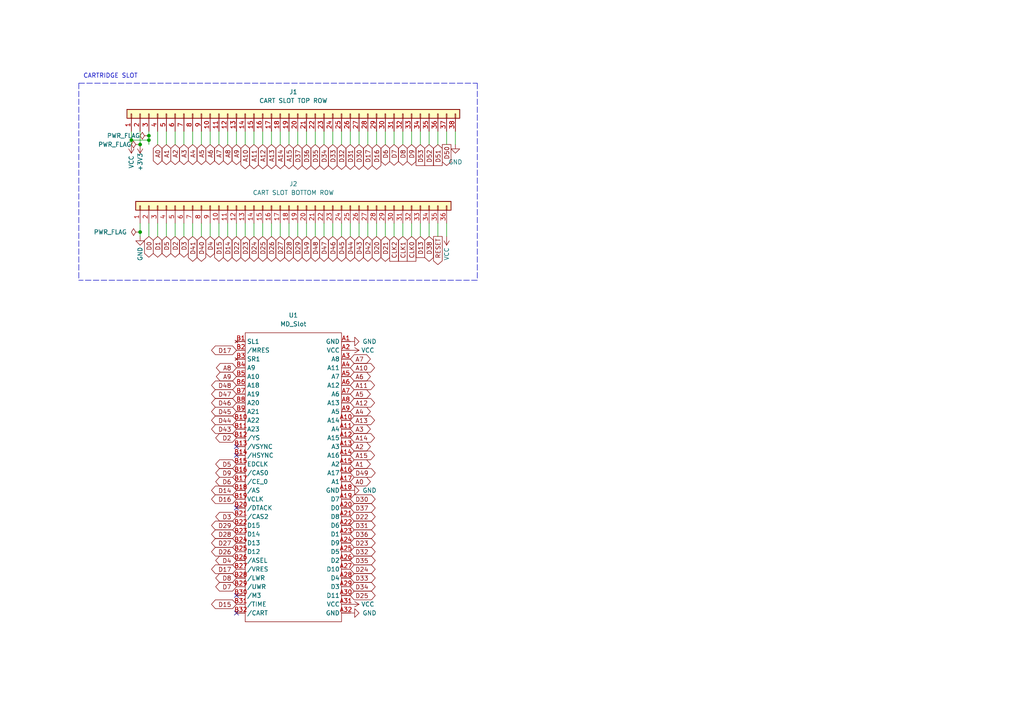
<source format=kicad_sch>
(kicad_sch (version 20210621) (generator eeschema)
  (paper "A4")
  (title_block (title "OSCR MEGADRIVE ADAPTER") (date "2021-11-15") (rev "V1"))
  (lib_symbols
    (symbol "Connector_Generic:Conn_01x36" (pin_names (offset 1.016) hide)
      (property "Reference" "J" (at 0 45.72 0))
      (property "Value" "Conn_01x36" (at 0 -48.26 0))
      (symbol "Conn_01x36_1_1"
        (rectangle (start -1.27 -45.593) (end 0 -45.847) (stroke (width 0.1524)))
        (rectangle (start -1.27 -43.053) (end 0 -43.307) (stroke (width 0.1524)))
        (rectangle (start -1.27 -40.513) (end 0 -40.767) (stroke (width 0.1524)))
        (rectangle (start -1.27 -37.973) (end 0 -38.227) (stroke (width 0.1524)))
        (rectangle (start -1.27 -35.433) (end 0 -35.687) (stroke (width 0.1524)))
        (rectangle (start -1.27 -32.893) (end 0 -33.147) (stroke (width 0.1524)))
        (rectangle (start -1.27 -30.353) (end 0 -30.607) (stroke (width 0.1524)))
        (rectangle (start -1.27 -27.813) (end 0 -28.067) (stroke (width 0.1524)))
        (rectangle (start -1.27 -25.273) (end 0 -25.527) (stroke (width 0.1524)))
        (rectangle (start -1.27 -22.733) (end 0 -22.987) (stroke (width 0.1524)))
        (rectangle (start -1.27 -20.193) (end 0 -20.447) (stroke (width 0.1524)))
        (rectangle (start -1.27 -17.653) (end 0 -17.907) (stroke (width 0.1524)))
        (rectangle (start -1.27 -15.113) (end 0 -15.367) (stroke (width 0.1524)))
        (rectangle (start -1.27 -12.573) (end 0 -12.827) (stroke (width 0.1524)))
        (rectangle (start -1.27 -10.033) (end 0 -10.287) (stroke (width 0.1524)))
        (rectangle (start -1.27 -7.493) (end 0 -7.747) (stroke (width 0.1524)))
        (rectangle (start -1.27 -4.953) (end 0 -5.207) (stroke (width 0.1524)))
        (rectangle (start -1.27 -2.413) (end 0 -2.667) (stroke (width 0.1524)))
        (rectangle (start -1.27 0.127) (end 0 -0.127) (stroke (width 0.1524)))
        (rectangle (start -1.27 2.667) (end 0 2.413) (stroke (width 0.1524)))
        (rectangle (start -1.27 5.207) (end 0 4.953) (stroke (width 0.1524)))
        (rectangle (start -1.27 7.747) (end 0 7.493) (stroke (width 0.1524)))
        (rectangle (start -1.27 10.287) (end 0 10.033) (stroke (width 0.1524)))
        (rectangle (start -1.27 12.827) (end 0 12.573) (stroke (width 0.1524)))
        (rectangle (start -1.27 15.367) (end 0 15.113) (stroke (width 0.1524)))
        (rectangle (start -1.27 17.907) (end 0 17.653) (stroke (width 0.1524)))
        (rectangle (start -1.27 20.447) (end 0 20.193) (stroke (width 0.1524)))
        (rectangle (start -1.27 22.987) (end 0 22.733) (stroke (width 0.1524)))
        (rectangle (start -1.27 25.527) (end 0 25.273) (stroke (width 0.1524)))
        (rectangle (start -1.27 28.067) (end 0 27.813) (stroke (width 0.1524)))
        (rectangle (start -1.27 30.607) (end 0 30.353) (stroke (width 0.1524)))
        (rectangle (start -1.27 33.147) (end 0 32.893) (stroke (width 0.1524)))
        (rectangle (start -1.27 35.687) (end 0 35.433) (stroke (width 0.1524)))
        (rectangle (start -1.27 38.227) (end 0 37.973) (stroke (width 0.1524)))
        (rectangle (start -1.27 40.767) (end 0 40.513) (stroke (width 0.1524)))
        (rectangle (start -1.27 43.307) (end 0 43.053) (stroke (width 0.1524)))
        (rectangle (start -1.27 44.45) (end 1.27 -46.99) (stroke (width 0.254)) (fill (type background)))
        (pin passive line (at -5.08 43.18 0) (length 3.81) (name "Pin_1") (number "1"))
        (pin passive line (at -5.08 20.32 0) (length 3.81) (name "Pin_10") (number "10"))
        (pin passive line (at -5.08 17.78 0) (length 3.81) (name "Pin_11") (number "11"))
        (pin passive line (at -5.08 15.24 0) (length 3.81) (name "Pin_12") (number "12"))
        (pin passive line (at -5.08 12.7 0) (length 3.81) (name "Pin_13") (number "13"))
        (pin passive line (at -5.08 10.16 0) (length 3.81) (name "Pin_14") (number "14"))
        (pin passive line (at -5.08 7.62 0) (length 3.81) (name "Pin_15") (number "15"))
        (pin passive line (at -5.08 5.08 0) (length 3.81) (name "Pin_16") (number "16"))
        (pin passive line (at -5.08 2.54 0) (length 3.81) (name "Pin_17") (number "17"))
        (pin passive line (at -5.08 0 0) (length 3.81) (name "Pin_18") (number "18"))
        (pin passive line (at -5.08 -2.54 0) (length 3.81) (name "Pin_19") (number "19"))
        (pin passive line (at -5.08 40.64 0) (length 3.81) (name "Pin_2") (number "2"))
        (pin passive line (at -5.08 -5.08 0) (length 3.81) (name "Pin_20") (number "20"))
        (pin passive line (at -5.08 -7.62 0) (length 3.81) (name "Pin_21") (number "21"))
        (pin passive line (at -5.08 -10.16 0) (length 3.81) (name "Pin_22") (number "22"))
        (pin passive line (at -5.08 -12.7 0) (length 3.81) (name "Pin_23") (number "23"))
        (pin passive line (at -5.08 -15.24 0) (length 3.81) (name "Pin_24") (number "24"))
        (pin passive line (at -5.08 -17.78 0) (length 3.81) (name "Pin_25") (number "25"))
        (pin passive line (at -5.08 -20.32 0) (length 3.81) (name "Pin_26") (number "26"))
        (pin passive line (at -5.08 -22.86 0) (length 3.81) (name "Pin_27") (number "27"))
        (pin passive line (at -5.08 -25.4 0) (length 3.81) (name "Pin_28") (number "28"))
        (pin passive line (at -5.08 -27.94 0) (length 3.81) (name "Pin_29") (number "29"))
        (pin passive line (at -5.08 38.1 0) (length 3.81) (name "Pin_3") (number "3"))
        (pin passive line (at -5.08 -30.48 0) (length 3.81) (name "Pin_30") (number "30"))
        (pin passive line (at -5.08 -33.02 0) (length 3.81) (name "Pin_31") (number "31"))
        (pin passive line (at -5.08 -35.56 0) (length 3.81) (name "Pin_32") (number "32"))
        (pin passive line (at -5.08 -38.1 0) (length 3.81) (name "Pin_33") (number "33"))
        (pin passive line (at -5.08 -40.64 0) (length 3.81) (name "Pin_34") (number "34"))
        (pin passive line (at -5.08 -43.18 0) (length 3.81) (name "Pin_35") (number "35"))
        (pin passive line (at -5.08 -45.72 0) (length 3.81) (name "Pin_36") (number "36"))
        (pin passive line (at -5.08 35.56 0) (length 3.81) (name "Pin_4") (number "4"))
        (pin passive line (at -5.08 33.02 0) (length 3.81) (name "Pin_5") (number "5"))
        (pin passive line (at -5.08 30.48 0) (length 3.81) (name "Pin_6") (number "6"))
        (pin passive line (at -5.08 27.94 0) (length 3.81) (name "Pin_7") (number "7"))
        (pin passive line (at -5.08 25.4 0) (length 3.81) (name "Pin_8") (number "8"))
        (pin passive line (at -5.08 22.86 0) (length 3.81) (name "Pin_9") (number "9"))
      )
    )
    (symbol "Connector_Generic:Conn_01x38" (pin_names (offset 1.016) hide)
      (property "Reference" "J" (at 0 48.26 0))
      (property "Value" "Conn_01x38" (at 0 -50.8 0))
      (symbol "Conn_01x38_1_1"
        (rectangle (start -1.27 -48.133) (end 0 -48.387) (stroke (width 0.1524)))
        (rectangle (start -1.27 -45.593) (end 0 -45.847) (stroke (width 0.1524)))
        (rectangle (start -1.27 -43.053) (end 0 -43.307) (stroke (width 0.1524)))
        (rectangle (start -1.27 -40.513) (end 0 -40.767) (stroke (width 0.1524)))
        (rectangle (start -1.27 -37.973) (end 0 -38.227) (stroke (width 0.1524)))
        (rectangle (start -1.27 -35.433) (end 0 -35.687) (stroke (width 0.1524)))
        (rectangle (start -1.27 -32.893) (end 0 -33.147) (stroke (width 0.1524)))
        (rectangle (start -1.27 -30.353) (end 0 -30.607) (stroke (width 0.1524)))
        (rectangle (start -1.27 -27.813) (end 0 -28.067) (stroke (width 0.1524)))
        (rectangle (start -1.27 -25.273) (end 0 -25.527) (stroke (width 0.1524)))
        (rectangle (start -1.27 -22.733) (end 0 -22.987) (stroke (width 0.1524)))
        (rectangle (start -1.27 -20.193) (end 0 -20.447) (stroke (width 0.1524)))
        (rectangle (start -1.27 -17.653) (end 0 -17.907) (stroke (width 0.1524)))
        (rectangle (start -1.27 -15.113) (end 0 -15.367) (stroke (width 0.1524)))
        (rectangle (start -1.27 -12.573) (end 0 -12.827) (stroke (width 0.1524)))
        (rectangle (start -1.27 -10.033) (end 0 -10.287) (stroke (width 0.1524)))
        (rectangle (start -1.27 -7.493) (end 0 -7.747) (stroke (width 0.1524)))
        (rectangle (start -1.27 -4.953) (end 0 -5.207) (stroke (width 0.1524)))
        (rectangle (start -1.27 -2.413) (end 0 -2.667) (stroke (width 0.1524)))
        (rectangle (start -1.27 0.127) (end 0 -0.127) (stroke (width 0.1524)))
        (rectangle (start -1.27 2.667) (end 0 2.413) (stroke (width 0.1524)))
        (rectangle (start -1.27 5.207) (end 0 4.953) (stroke (width 0.1524)))
        (rectangle (start -1.27 7.747) (end 0 7.493) (stroke (width 0.1524)))
        (rectangle (start -1.27 10.287) (end 0 10.033) (stroke (width 0.1524)))
        (rectangle (start -1.27 12.827) (end 0 12.573) (stroke (width 0.1524)))
        (rectangle (start -1.27 15.367) (end 0 15.113) (stroke (width 0.1524)))
        (rectangle (start -1.27 17.907) (end 0 17.653) (stroke (width 0.1524)))
        (rectangle (start -1.27 20.447) (end 0 20.193) (stroke (width 0.1524)))
        (rectangle (start -1.27 22.987) (end 0 22.733) (stroke (width 0.1524)))
        (rectangle (start -1.27 25.527) (end 0 25.273) (stroke (width 0.1524)))
        (rectangle (start -1.27 28.067) (end 0 27.813) (stroke (width 0.1524)))
        (rectangle (start -1.27 30.607) (end 0 30.353) (stroke (width 0.1524)))
        (rectangle (start -1.27 33.147) (end 0 32.893) (stroke (width 0.1524)))
        (rectangle (start -1.27 35.687) (end 0 35.433) (stroke (width 0.1524)))
        (rectangle (start -1.27 38.227) (end 0 37.973) (stroke (width 0.1524)))
        (rectangle (start -1.27 40.767) (end 0 40.513) (stroke (width 0.1524)))
        (rectangle (start -1.27 43.307) (end 0 43.053) (stroke (width 0.1524)))
        (rectangle (start -1.27 45.847) (end 0 45.593) (stroke (width 0.1524)))
        (rectangle (start -1.27 46.99) (end 1.27 -49.53) (stroke (width 0.254)) (fill (type background)))
        (pin passive line (at -5.08 45.72 0) (length 3.81) (name "Pin_1") (number "1"))
        (pin passive line (at -5.08 22.86 0) (length 3.81) (name "Pin_10") (number "10"))
        (pin passive line (at -5.08 20.32 0) (length 3.81) (name "Pin_11") (number "11"))
        (pin passive line (at -5.08 17.78 0) (length 3.81) (name "Pin_12") (number "12"))
        (pin passive line (at -5.08 15.24 0) (length 3.81) (name "Pin_13") (number "13"))
        (pin passive line (at -5.08 12.7 0) (length 3.81) (name "Pin_14") (number "14"))
        (pin passive line (at -5.08 10.16 0) (length 3.81) (name "Pin_15") (number "15"))
        (pin passive line (at -5.08 7.62 0) (length 3.81) (name "Pin_16") (number "16"))
        (pin passive line (at -5.08 5.08 0) (length 3.81) (name "Pin_17") (number "17"))
        (pin passive line (at -5.08 2.54 0) (length 3.81) (name "Pin_18") (number "18"))
        (pin passive line (at -5.08 0 0) (length 3.81) (name "Pin_19") (number "19"))
        (pin passive line (at -5.08 43.18 0) (length 3.81) (name "Pin_2") (number "2"))
        (pin passive line (at -5.08 -2.54 0) (length 3.81) (name "Pin_20") (number "20"))
        (pin passive line (at -5.08 -5.08 0) (length 3.81) (name "Pin_21") (number "21"))
        (pin passive line (at -5.08 -7.62 0) (length 3.81) (name "Pin_22") (number "22"))
        (pin passive line (at -5.08 -10.16 0) (length 3.81) (name "Pin_23") (number "23"))
        (pin passive line (at -5.08 -12.7 0) (length 3.81) (name "Pin_24") (number "24"))
        (pin passive line (at -5.08 -15.24 0) (length 3.81) (name "Pin_25") (number "25"))
        (pin passive line (at -5.08 -17.78 0) (length 3.81) (name "Pin_26") (number "26"))
        (pin passive line (at -5.08 -20.32 0) (length 3.81) (name "Pin_27") (number "27"))
        (pin passive line (at -5.08 -22.86 0) (length 3.81) (name "Pin_28") (number "28"))
        (pin passive line (at -5.08 -25.4 0) (length 3.81) (name "Pin_29") (number "29"))
        (pin passive line (at -5.08 40.64 0) (length 3.81) (name "Pin_3") (number "3"))
        (pin passive line (at -5.08 -27.94 0) (length 3.81) (name "Pin_30") (number "30"))
        (pin passive line (at -5.08 -30.48 0) (length 3.81) (name "Pin_31") (number "31"))
        (pin passive line (at -5.08 -33.02 0) (length 3.81) (name "Pin_32") (number "32"))
        (pin passive line (at -5.08 -35.56 0) (length 3.81) (name "Pin_33") (number "33"))
        (pin passive line (at -5.08 -38.1 0) (length 3.81) (name "Pin_34") (number "34"))
        (pin passive line (at -5.08 -40.64 0) (length 3.81) (name "Pin_35") (number "35"))
        (pin passive line (at -5.08 -43.18 0) (length 3.81) (name "Pin_36") (number "36"))
        (pin passive line (at -5.08 -45.72 0) (length 3.81) (name "Pin_37") (number "37"))
        (pin passive line (at -5.08 -48.26 0) (length 3.81) (name "Pin_38") (number "38"))
        (pin passive line (at -5.08 38.1 0) (length 3.81) (name "Pin_4") (number "4"))
        (pin passive line (at -5.08 35.56 0) (length 3.81) (name "Pin_5") (number "5"))
        (pin passive line (at -5.08 33.02 0) (length 3.81) (name "Pin_6") (number "6"))
        (pin passive line (at -5.08 30.48 0) (length 3.81) (name "Pin_7") (number "7"))
        (pin passive line (at -5.08 27.94 0) (length 3.81) (name "Pin_8") (number "8"))
        (pin passive line (at -5.08 25.4 0) (length 3.81) (name "Pin_9") (number "9"))
      )
    )
    (symbol "power:+3.3V" (power) (pin_names (offset 0))
      (property "Value" "+3.3V" (at 0 3.556 0))
      (symbol "+3.3V_0_1"
        (polyline (pts (xy -0.762 1.27) (xy 0 2.54)))
        (polyline (pts (xy 0 0) (xy 0 2.54)))
        (polyline (pts (xy 0 2.54) (xy 0.762 1.27)))
      )
      (symbol "+3.3V_1_1"
        (pin power_in line (at 0 0 90) (length 0) hide (name "+3V3") (number "1"))
      )
    )
    (symbol "power:GND" (power) (pin_names (offset 0))
      (property "Value" "GND" (at 0 -3.81 0))
      (symbol "GND_0_1"
        (polyline (pts (xy 0 0) (xy 0 -1.27) (xy 1.27 -1.27) (xy 0 -2.54) (xy -1.27 -1.27) (xy 0 -1.27)))
      )
      (symbol "GND_1_1"
        (pin power_in line (at 0 0 270) (length 0) hide (name "GND") (number "1"))
      )
    )
    (symbol "power:PWR_FLAG" (power) (pin_numbers hide) (pin_names (offset 0) hide)
      (property "Value" "PWR_FLAG" (at 0 3.81 0))
      (symbol "PWR_FLAG_0_0"
        (pin power_out line (at 0 0 90) (length 0) (name "pwr") (number "1"))
      )
      (symbol "PWR_FLAG_0_1"
        (polyline (pts (xy 0 0) (xy 0 1.27) (xy -1.016 1.905) (xy 0 2.54) (xy 1.016 1.905) (xy 0 1.27)))
      )
    )
    (symbol "power:VCC" (power) (pin_names (offset 0))
      (property "Value" "VCC" (at 0 3.81 0))
      (symbol "VCC_0_1"
        (polyline (pts (xy -0.762 1.27) (xy 0 2.54)))
        (polyline (pts (xy 0 0) (xy 0 2.54)))
        (polyline (pts (xy 0 2.54) (xy 0.762 1.27)))
      )
      (symbol "VCC_1_1"
        (pin power_in line (at 0 0 90) (length 0) hide (name "VCC") (number "1"))
      )
    )
    (symbol "sanni:MD_Slot"
      (property "Reference" "U" (at -1.27 39.37 0))
      (property "Value" "MD_Slot" (at 1.27 36.83 0))
      (symbol "MD_Slot_0_1"
        (rectangle (start -7.62 20.32) (end 20.32 -63.5) (stroke (width 0.1524)))
      )
      (symbol "MD_Slot_1_1"
        (pin power_in line (at 22.86 17.78 180) (length 2.54) (name "GND") (number "A1"))
        (pin input line (at 22.86 -5.08 180) (length 2.54) (name "A14") (number "A10"))
        (pin input line (at 22.86 -7.62 180) (length 2.54) (name "A4") (number "A11"))
        (pin input line (at 22.86 -10.16 180) (length 2.54) (name "A15") (number "A12"))
        (pin input line (at 22.86 -12.7 180) (length 2.54) (name "A3") (number "A13"))
        (pin input line (at 22.86 -15.24 180) (length 2.54) (name "A16") (number "A14"))
        (pin input line (at 22.86 -17.78 180) (length 2.54) (name "A2") (number "A15"))
        (pin input line (at 22.86 -20.32 180) (length 2.54) (name "A17") (number "A16"))
        (pin input line (at 22.86 -22.86 180) (length 2.54) (name "A1") (number "A17"))
        (pin power_in line (at 22.86 -25.4 180) (length 2.54) (name "GND") (number "A18"))
        (pin bidirectional line (at 22.86 -27.94 180) (length 2.54) (name "D7") (number "A19"))
        (pin power_in line (at 22.86 15.24 180) (length 2.54) (name "VCC") (number "A2"))
        (pin bidirectional line (at 22.86 -30.48 180) (length 2.54) (name "D0") (number "A20"))
        (pin bidirectional line (at 22.86 -33.02 180) (length 2.54) (name "D8") (number "A21"))
        (pin bidirectional line (at 22.86 -35.56 180) (length 2.54) (name "D6") (number "A22"))
        (pin bidirectional line (at 22.86 -38.1 180) (length 2.54) (name "D1") (number "A23"))
        (pin bidirectional line (at 22.86 -40.64 180) (length 2.54) (name "D9") (number "A24"))
        (pin bidirectional line (at 22.86 -43.18 180) (length 2.54) (name "D5") (number "A25"))
        (pin bidirectional line (at 22.86 -45.72 180) (length 2.54) (name "D2") (number "A26"))
        (pin bidirectional line (at 22.86 -48.26 180) (length 2.54) (name "D10") (number "A27"))
        (pin bidirectional line (at 22.86 -50.8 180) (length 2.54) (name "D4") (number "A28"))
        (pin bidirectional line (at 22.86 -53.34 180) (length 2.54) (name "D3") (number "A29"))
        (pin input line (at 22.86 12.7 180) (length 2.54) (name "A8") (number "A3"))
        (pin bidirectional line (at 22.86 -55.88 180) (length 2.54) (name "D11") (number "A30"))
        (pin power_in line (at 22.86 -58.42 180) (length 2.54) (name "VCC") (number "A31"))
        (pin power_in line (at 22.86 -60.96 180) (length 2.54) (name "GND") (number "A32"))
        (pin input line (at 22.86 10.16 180) (length 2.54) (name "A11") (number "A4"))
        (pin input line (at 22.86 7.62 180) (length 2.54) (name "A7") (number "A5"))
        (pin input line (at 22.86 5.08 180) (length 2.54) (name "A12") (number "A6"))
        (pin input line (at 22.86 2.54 180) (length 2.54) (name "A6") (number "A7"))
        (pin input line (at 22.86 0 180) (length 2.54) (name "A13") (number "A8"))
        (pin input line (at 22.86 -2.54 180) (length 2.54) (name "A5") (number "A9"))
        (pin no_connect line (at -10.16 17.78 0) (length 2.54) (name "SL1") (number "B1"))
        (pin input line (at -10.16 -5.08 0) (length 2.54) (name "A22") (number "B10"))
        (pin input line (at -10.16 -7.62 0) (length 2.54) (name "A23") (number "B11"))
        (pin input line (at -10.16 -10.16 0) (length 2.54) (name "/YS") (number "B12"))
        (pin input line (at -10.16 -12.7 0) (length 2.54) (name "/VSYNC") (number "B13"))
        (pin input line (at -10.16 -15.24 0) (length 2.54) (name "/HSYNC") (number "B14"))
        (pin input line (at -10.16 -17.78 0) (length 2.54) (name "EDCLK") (number "B15"))
        (pin input line (at -10.16 -20.32 0) (length 2.54) (name "/CAS0") (number "B16"))
        (pin input line (at -10.16 -22.86 0) (length 2.54) (name "/CE_0") (number "B17"))
        (pin input line (at -10.16 -25.4 0) (length 2.54) (name "/AS") (number "B18"))
        (pin input line (at -10.16 -27.94 0) (length 2.54) (name "VCLK") (number "B19"))
        (pin input line (at -10.16 15.24 0) (length 2.54) (name "/MRES") (number "B2"))
        (pin input line (at -10.16 -30.48 0) (length 2.54) (name "/DTACK") (number "B20"))
        (pin input line (at -10.16 -33.02 0) (length 2.54) (name "/CAS2") (number "B21"))
        (pin bidirectional line (at -10.16 -35.56 0) (length 2.54) (name "D15") (number "B22"))
        (pin bidirectional line (at -10.16 -38.1 0) (length 2.54) (name "D14") (number "B23"))
        (pin bidirectional line (at -10.16 -40.64 0) (length 2.54) (name "D13") (number "B24"))
        (pin bidirectional line (at -10.16 -43.18 0) (length 2.54) (name "D12") (number "B25"))
        (pin input line (at -10.16 -45.72 0) (length 2.54) (name "/ASEL") (number "B26"))
        (pin input line (at -10.16 -48.26 0) (length 2.54) (name "/VRES") (number "B27"))
        (pin input line (at -10.16 -50.8 0) (length 2.54) (name "/LWR") (number "B28"))
        (pin input line (at -10.16 -53.34 0) (length 2.54) (name "/UWR") (number "B29"))
        (pin no_connect line (at -10.16 12.7 0) (length 2.54) (name "SR1") (number "B3"))
        (pin input line (at -10.16 -55.88 0) (length 2.54) (name "/M3") (number "B30"))
        (pin input line (at -10.16 -58.42 0) (length 2.54) (name "/TIME") (number "B31"))
        (pin input line (at -10.16 -60.96 0) (length 2.54) (name "/CART") (number "B32"))
        (pin input line (at -10.16 10.16 0) (length 2.54) (name "A9") (number "B4"))
        (pin input line (at -10.16 7.62 0) (length 2.54) (name "A10") (number "B5"))
        (pin input line (at -10.16 5.08 0) (length 2.54) (name "A18") (number "B6"))
        (pin input line (at -10.16 2.54 0) (length 2.54) (name "A19") (number "B7"))
        (pin input line (at -10.16 0 0) (length 2.54) (name "A20") (number "B8"))
        (pin input line (at -10.16 -2.54 0) (length 2.54) (name "A21") (number "B9"))
      )
    )
  )
  (junction (at 38.1 40.64))
  (junction (at 40.64 41.91))
  (junction (at 40.64 67.31))
  (junction (at 43.18 39.37))
  (junction (at 43.18 40.64))
  (no_connect (at 68.58 129.54))
  (no_connect (at 68.58 132.08))
  (no_connect (at 68.58 147.32))
  (no_connect (at 68.58 172.72))
  (no_connect (at 68.58 177.8))
  (wire (pts (xy 38.1 38.1) (xy 38.1 40.64)))
  (wire (pts (xy 38.1 40.64) (xy 38.1 41.91)))
  (wire (pts (xy 38.1 40.64) (xy 43.18 40.64)))
  (wire (pts (xy 40.64 38.1) (xy 40.64 41.91)))
  (wire (pts (xy 40.64 64.77) (xy 40.64 67.31)))
  (wire (pts (xy 40.64 67.31) (xy 40.64 68.58)))
  (wire (pts (xy 43.18 38.1) (xy 43.18 39.37)))
  (wire (pts (xy 43.18 39.37) (xy 43.18 40.64)))
  (wire (pts (xy 43.18 40.64) (xy 43.18 41.91)))
  (wire (pts (xy 43.18 64.77) (xy 43.18 68.58)))
  (wire (pts (xy 45.72 38.1) (xy 45.72 41.91)))
  (wire (pts (xy 45.72 64.77) (xy 45.72 68.58)))
  (wire (pts (xy 48.26 38.1) (xy 48.26 41.91)))
  (wire (pts (xy 48.26 64.77) (xy 48.26 68.58)))
  (wire (pts (xy 50.8 38.1) (xy 50.8 41.91)))
  (wire (pts (xy 50.8 64.77) (xy 50.8 68.58)))
  (wire (pts (xy 53.34 38.1) (xy 53.34 41.91)))
  (wire (pts (xy 53.34 64.77) (xy 53.34 68.58)))
  (wire (pts (xy 55.88 38.1) (xy 55.88 41.91)))
  (wire (pts (xy 55.88 64.77) (xy 55.88 68.58)))
  (wire (pts (xy 58.42 38.1) (xy 58.42 41.91)))
  (wire (pts (xy 58.42 64.77) (xy 58.42 68.58)))
  (wire (pts (xy 60.96 38.1) (xy 60.96 41.91)))
  (wire (pts (xy 60.96 64.77) (xy 60.96 68.58)))
  (wire (pts (xy 63.5 38.1) (xy 63.5 41.91)))
  (wire (pts (xy 63.5 64.77) (xy 63.5 68.58)))
  (wire (pts (xy 66.04 38.1) (xy 66.04 41.91)))
  (wire (pts (xy 66.04 64.77) (xy 66.04 68.58)))
  (wire (pts (xy 68.58 38.1) (xy 68.58 41.91)))
  (wire (pts (xy 68.58 64.77) (xy 68.58 68.58)))
  (wire (pts (xy 71.12 38.1) (xy 71.12 41.91)))
  (wire (pts (xy 71.12 64.77) (xy 71.12 68.58)))
  (wire (pts (xy 73.66 38.1) (xy 73.66 41.91)))
  (wire (pts (xy 73.66 64.77) (xy 73.66 68.58)))
  (wire (pts (xy 76.2 38.1) (xy 76.2 41.91)))
  (wire (pts (xy 76.2 64.77) (xy 76.2 68.58)))
  (wire (pts (xy 78.74 38.1) (xy 78.74 41.91)))
  (wire (pts (xy 78.74 64.77) (xy 78.74 68.58)))
  (wire (pts (xy 81.28 38.1) (xy 81.28 41.91)))
  (wire (pts (xy 81.28 64.77) (xy 81.28 68.58)))
  (wire (pts (xy 83.82 38.1) (xy 83.82 41.91)))
  (wire (pts (xy 83.82 64.77) (xy 83.82 68.58)))
  (wire (pts (xy 86.36 38.1) (xy 86.36 41.91)))
  (wire (pts (xy 86.36 64.77) (xy 86.36 68.58)))
  (wire (pts (xy 88.9 38.1) (xy 88.9 41.91)))
  (wire (pts (xy 88.9 64.77) (xy 88.9 68.58)))
  (wire (pts (xy 91.44 38.1) (xy 91.44 41.91)))
  (wire (pts (xy 91.44 64.77) (xy 91.44 68.58)))
  (wire (pts (xy 93.98 38.1) (xy 93.98 41.91)))
  (wire (pts (xy 93.98 64.77) (xy 93.98 68.58)))
  (wire (pts (xy 96.52 38.1) (xy 96.52 41.91)))
  (wire (pts (xy 96.52 64.77) (xy 96.52 68.58)))
  (wire (pts (xy 99.06 38.1) (xy 99.06 41.91)))
  (wire (pts (xy 99.06 64.77) (xy 99.06 68.58)))
  (wire (pts (xy 101.6 38.1) (xy 101.6 41.91)))
  (wire (pts (xy 101.6 64.77) (xy 101.6 68.58)))
  (wire (pts (xy 104.14 38.1) (xy 104.14 41.91)))
  (wire (pts (xy 104.14 64.77) (xy 104.14 68.58)))
  (wire (pts (xy 106.68 38.1) (xy 106.68 41.91)))
  (wire (pts (xy 106.68 64.77) (xy 106.68 68.58)))
  (wire (pts (xy 109.22 38.1) (xy 109.22 41.91)))
  (wire (pts (xy 109.22 64.77) (xy 109.22 68.58)))
  (wire (pts (xy 111.76 38.1) (xy 111.76 41.91)))
  (wire (pts (xy 111.76 64.77) (xy 111.76 68.58)))
  (wire (pts (xy 114.3 38.1) (xy 114.3 41.91)))
  (wire (pts (xy 114.3 64.77) (xy 114.3 68.58)))
  (wire (pts (xy 116.84 38.1) (xy 116.84 41.91)))
  (wire (pts (xy 116.84 64.77) (xy 116.84 68.58)))
  (wire (pts (xy 119.38 38.1) (xy 119.38 41.91)))
  (wire (pts (xy 119.38 64.77) (xy 119.38 68.58)))
  (wire (pts (xy 121.92 38.1) (xy 121.92 41.91)))
  (wire (pts (xy 121.92 64.77) (xy 121.92 68.58)))
  (wire (pts (xy 124.46 38.1) (xy 124.46 41.91)))
  (wire (pts (xy 124.46 64.77) (xy 124.46 68.58)))
  (wire (pts (xy 127 38.1) (xy 127 41.91)))
  (wire (pts (xy 127 64.77) (xy 127 68.58)))
  (wire (pts (xy 129.54 38.1) (xy 129.54 41.91)))
  (wire (pts (xy 129.54 64.77) (xy 129.54 68.58)))
  (wire (pts (xy 132.08 38.1) (xy 132.08 41.91)))
  (polyline (pts (xy 22.86 24.13) (xy 22.86 81.28)))
  (polyline (pts (xy 22.86 24.13) (xy 138.43 24.13)))
  (polyline (pts (xy 138.43 24.13) (xy 138.43 81.28)))
  (polyline (pts (xy 138.43 81.28) (xy 22.86 81.28)))
  (text "CARTRIDGE SLOT" (at 24.13 22.86 0) (effects (font (size 1.27 1.27)) (justify left bottom)))
  (global_label "D0" (shape bidirectional) (at 43.18 68.58 270) (property "Intersheet References" "${INTERSHEET_REFS}" (effects hide)))
  (global_label "A0" (shape bidirectional) (at 45.72 41.91 270) (property "Intersheet References" "${INTERSHEET_REFS}" (effects hide)))
  (global_label "D1" (shape bidirectional) (at 45.72 68.58 270) (property "Intersheet References" "${INTERSHEET_REFS}" (effects hide)))
  (global_label "A1" (shape bidirectional) (at 48.26 41.91 270) (property "Intersheet References" "${INTERSHEET_REFS}" (effects hide)))
  (global_label "D5" (shape bidirectional) (at 48.26 68.58 270) (property "Intersheet References" "${INTERSHEET_REFS}" (effects hide)))
  (global_label "A2" (shape bidirectional) (at 50.8 41.91 270) (property "Intersheet References" "${INTERSHEET_REFS}" (effects hide)))
  (global_label "D2" (shape bidirectional) (at 50.8 68.58 270) (property "Intersheet References" "${INTERSHEET_REFS}" (effects hide)))
  (global_label "A3" (shape bidirectional) (at 53.34 41.91 270) (property "Intersheet References" "${INTERSHEET_REFS}" (effects hide)))
  (global_label "D3" (shape bidirectional) (at 53.34 68.58 270) (property "Intersheet References" "${INTERSHEET_REFS}" (effects hide)))
  (global_label "A4" (shape bidirectional) (at 55.88 41.91 270) (property "Intersheet References" "${INTERSHEET_REFS}" (effects hide)))
  (global_label "D41" (shape bidirectional) (at 55.88 68.58 270) (property "Intersheet References" "${INTERSHEET_REFS}" (effects hide)))
  (global_label "A5" (shape bidirectional) (at 58.42 41.91 270) (property "Intersheet References" "${INTERSHEET_REFS}" (effects hide)))
  (global_label "D40" (shape bidirectional) (at 58.42 68.58 270) (property "Intersheet References" "${INTERSHEET_REFS}" (effects hide)))
  (global_label "A6" (shape bidirectional) (at 60.96 41.91 270) (property "Intersheet References" "${INTERSHEET_REFS}" (effects hide)))
  (global_label "D4" (shape bidirectional) (at 60.96 68.58 270) (property "Intersheet References" "${INTERSHEET_REFS}" (effects hide)))
  (global_label "A7" (shape bidirectional) (at 63.5 41.91 270) (property "Intersheet References" "${INTERSHEET_REFS}" (effects hide)))
  (global_label "D15" (shape bidirectional) (at 63.5 68.58 270) (property "Intersheet References" "${INTERSHEET_REFS}" (effects hide)))
  (global_label "A8" (shape bidirectional) (at 66.04 41.91 270) (property "Intersheet References" "${INTERSHEET_REFS}" (effects hide)))
  (global_label "D14" (shape bidirectional) (at 66.04 68.58 270) (property "Intersheet References" "${INTERSHEET_REFS}" (effects hide)))
  (global_label "A9" (shape bidirectional) (at 68.58 41.91 270) (property "Intersheet References" "${INTERSHEET_REFS}" (effects hide)))
  (global_label "D22" (shape bidirectional) (at 68.58 68.58 270) (property "Intersheet References" "${INTERSHEET_REFS}" (effects hide)))
  (global_label "D17" (shape bidirectional) (at 68.58 101.6 180) (property "Intersheet References" "${INTERSHEET_REFS}" (effects hide)))
  (global_label "A8" (shape bidirectional) (at 68.58 106.68 180) (property "Intersheet References" "${INTERSHEET_REFS}" (effects hide)))
  (global_label "A9" (shape bidirectional) (at 68.58 109.22 180) (property "Intersheet References" "${INTERSHEET_REFS}" (effects hide)))
  (global_label "D48" (shape bidirectional) (at 68.58 111.76 180) (property "Intersheet References" "${INTERSHEET_REFS}" (effects hide)))
  (global_label "D47" (shape bidirectional) (at 68.58 114.3 180) (property "Intersheet References" "${INTERSHEET_REFS}" (effects hide)))
  (global_label "D46" (shape bidirectional) (at 68.58 116.84 180) (property "Intersheet References" "${INTERSHEET_REFS}" (effects hide)))
  (global_label "D45" (shape bidirectional) (at 68.58 119.38 180) (property "Intersheet References" "${INTERSHEET_REFS}" (effects hide)))
  (global_label "D44" (shape bidirectional) (at 68.58 121.92 180) (property "Intersheet References" "${INTERSHEET_REFS}" (effects hide)))
  (global_label "D43" (shape bidirectional) (at 68.58 124.46 180) (property "Intersheet References" "${INTERSHEET_REFS}" (effects hide)))
  (global_label "D2" (shape bidirectional) (at 68.58 127 180) (property "Intersheet References" "${INTERSHEET_REFS}" (effects hide)))
  (global_label "D5" (shape bidirectional) (at 68.58 134.62 180) (property "Intersheet References" "${INTERSHEET_REFS}" (effects hide)))
  (global_label "D9" (shape bidirectional) (at 68.58 137.16 180) (property "Intersheet References" "${INTERSHEET_REFS}" (effects hide)))
  (global_label "D6" (shape bidirectional) (at 68.58 139.7 180) (property "Intersheet References" "${INTERSHEET_REFS}" (effects hide)))
  (global_label "D14" (shape bidirectional) (at 68.58 142.24 180) (property "Intersheet References" "${INTERSHEET_REFS}" (effects hide)))
  (global_label "D16" (shape bidirectional) (at 68.58 144.78 180) (property "Intersheet References" "${INTERSHEET_REFS}" (effects hide)))
  (global_label "D3" (shape bidirectional) (at 68.58 149.86 180) (property "Intersheet References" "${INTERSHEET_REFS}" (effects hide)))
  (global_label "D29" (shape bidirectional) (at 68.58 152.4 180) (property "Intersheet References" "${INTERSHEET_REFS}" (effects hide)))
  (global_label "D28" (shape bidirectional) (at 68.58 154.94 180) (property "Intersheet References" "${INTERSHEET_REFS}" (effects hide)))
  (global_label "D27" (shape bidirectional) (at 68.58 157.48 180) (property "Intersheet References" "${INTERSHEET_REFS}" (effects hide)))
  (global_label "D26" (shape bidirectional) (at 68.58 160.02 180) (property "Intersheet References" "${INTERSHEET_REFS}" (effects hide)))
  (global_label "D4" (shape bidirectional) (at 68.58 162.56 180) (property "Intersheet References" "${INTERSHEET_REFS}" (effects hide)))
  (global_label "D17" (shape bidirectional) (at 68.58 165.1 180) (property "Intersheet References" "${INTERSHEET_REFS}" (effects hide)))
  (global_label "D8" (shape bidirectional) (at 68.58 167.64 180) (property "Intersheet References" "${INTERSHEET_REFS}" (effects hide)))
  (global_label "D7" (shape bidirectional) (at 68.58 170.18 180) (property "Intersheet References" "${INTERSHEET_REFS}" (effects hide)))
  (global_label "D15" (shape bidirectional) (at 68.58 175.26 180) (property "Intersheet References" "${INTERSHEET_REFS}" (effects hide)))
  (global_label "A10" (shape bidirectional) (at 71.12 41.91 270) (property "Intersheet References" "${INTERSHEET_REFS}" (effects hide)))
  (global_label "D23" (shape bidirectional) (at 71.12 68.58 270) (property "Intersheet References" "${INTERSHEET_REFS}" (effects hide)))
  (global_label "A11" (shape bidirectional) (at 73.66 41.91 270) (property "Intersheet References" "${INTERSHEET_REFS}" (effects hide)))
  (global_label "D24" (shape bidirectional) (at 73.66 68.58 270) (property "Intersheet References" "${INTERSHEET_REFS}" (effects hide)))
  (global_label "A12" (shape bidirectional) (at 76.2 41.91 270) (property "Intersheet References" "${INTERSHEET_REFS}" (effects hide)))
  (global_label "D25" (shape bidirectional) (at 76.2 68.58 270) (property "Intersheet References" "${INTERSHEET_REFS}" (effects hide)))
  (global_label "A13" (shape bidirectional) (at 78.74 41.91 270) (property "Intersheet References" "${INTERSHEET_REFS}" (effects hide)))
  (global_label "D26" (shape bidirectional) (at 78.74 68.58 270) (property "Intersheet References" "${INTERSHEET_REFS}" (effects hide)))
  (global_label "A14" (shape bidirectional) (at 81.28 41.91 270) (property "Intersheet References" "${INTERSHEET_REFS}" (effects hide)))
  (global_label "D27" (shape bidirectional) (at 81.28 68.58 270) (property "Intersheet References" "${INTERSHEET_REFS}" (effects hide)))
  (global_label "A15" (shape bidirectional) (at 83.82 41.91 270) (property "Intersheet References" "${INTERSHEET_REFS}" (effects hide)))
  (global_label "D28" (shape bidirectional) (at 83.82 68.58 270) (property "Intersheet References" "${INTERSHEET_REFS}" (effects hide)))
  (global_label "D37" (shape bidirectional) (at 86.36 41.91 270) (property "Intersheet References" "${INTERSHEET_REFS}" (effects hide)))
  (global_label "D29" (shape bidirectional) (at 86.36 68.58 270) (property "Intersheet References" "${INTERSHEET_REFS}" (effects hide)))
  (global_label "D36" (shape bidirectional) (at 88.9 41.91 270) (property "Intersheet References" "${INTERSHEET_REFS}" (effects hide)))
  (global_label "D49" (shape bidirectional) (at 88.9 68.58 270) (property "Intersheet References" "${INTERSHEET_REFS}" (effects hide)))
  (global_label "D35" (shape bidirectional) (at 91.44 41.91 270) (property "Intersheet References" "${INTERSHEET_REFS}" (effects hide)))
  (global_label "D48" (shape bidirectional) (at 91.44 68.58 270) (property "Intersheet References" "${INTERSHEET_REFS}" (effects hide)))
  (global_label "D34" (shape bidirectional) (at 93.98 41.91 270) (property "Intersheet References" "${INTERSHEET_REFS}" (effects hide)))
  (global_label "D47" (shape bidirectional) (at 93.98 68.58 270) (property "Intersheet References" "${INTERSHEET_REFS}" (effects hide)))
  (global_label "D33" (shape bidirectional) (at 96.52 41.91 270) (property "Intersheet References" "${INTERSHEET_REFS}" (effects hide)))
  (global_label "D46" (shape bidirectional) (at 96.52 68.58 270) (property "Intersheet References" "${INTERSHEET_REFS}" (effects hide)))
  (global_label "D32" (shape bidirectional) (at 99.06 41.91 270) (property "Intersheet References" "${INTERSHEET_REFS}" (effects hide)))
  (global_label "D45" (shape bidirectional) (at 99.06 68.58 270) (property "Intersheet References" "${INTERSHEET_REFS}" (effects hide)))
  (global_label "D31" (shape bidirectional) (at 101.6 41.91 270) (property "Intersheet References" "${INTERSHEET_REFS}" (effects hide)))
  (global_label "D44" (shape bidirectional) (at 101.6 68.58 270) (property "Intersheet References" "${INTERSHEET_REFS}" (effects hide)))
  (global_label "A7" (shape bidirectional) (at 101.6 104.14 0) (property "Intersheet References" "${INTERSHEET_REFS}" (effects hide)))
  (global_label "A10" (shape bidirectional) (at 101.6 106.68 0) (property "Intersheet References" "${INTERSHEET_REFS}" (effects hide)))
  (global_label "A6" (shape bidirectional) (at 101.6 109.22 0) (property "Intersheet References" "${INTERSHEET_REFS}" (effects hide)))
  (global_label "A11" (shape bidirectional) (at 101.6 111.76 0) (property "Intersheet References" "${INTERSHEET_REFS}" (effects hide)))
  (global_label "A5" (shape bidirectional) (at 101.6 114.3 0) (property "Intersheet References" "${INTERSHEET_REFS}" (effects hide)))
  (global_label "A12" (shape bidirectional) (at 101.6 116.84 0) (property "Intersheet References" "${INTERSHEET_REFS}" (effects hide)))
  (global_label "A4" (shape bidirectional) (at 101.6 119.38 0) (property "Intersheet References" "${INTERSHEET_REFS}" (effects hide)))
  (global_label "A13" (shape bidirectional) (at 101.6 121.92 0) (property "Intersheet References" "${INTERSHEET_REFS}" (effects hide)))
  (global_label "A3" (shape bidirectional) (at 101.6 124.46 0) (property "Intersheet References" "${INTERSHEET_REFS}" (effects hide)))
  (global_label "A14" (shape bidirectional) (at 101.6 127 0) (property "Intersheet References" "${INTERSHEET_REFS}" (effects hide)))
  (global_label "A2" (shape bidirectional) (at 101.6 129.54 0) (property "Intersheet References" "${INTERSHEET_REFS}" (effects hide)))
  (global_label "A15" (shape bidirectional) (at 101.6 132.08 0) (property "Intersheet References" "${INTERSHEET_REFS}" (effects hide)))
  (global_label "A1" (shape bidirectional) (at 101.6 134.62 0) (property "Intersheet References" "${INTERSHEET_REFS}" (effects hide)))
  (global_label "D49" (shape bidirectional) (at 101.6 137.16 0) (property "Intersheet References" "${INTERSHEET_REFS}" (effects hide)))
  (global_label "A0" (shape bidirectional) (at 101.6 139.7 0) (property "Intersheet References" "${INTERSHEET_REFS}" (effects hide)))
  (global_label "D30" (shape bidirectional) (at 101.6 144.78 0) (property "Intersheet References" "${INTERSHEET_REFS}" (effects hide)))
  (global_label "D37" (shape bidirectional) (at 101.6 147.32 0) (property "Intersheet References" "${INTERSHEET_REFS}" (effects hide)))
  (global_label "D22" (shape bidirectional) (at 101.6 149.86 0) (property "Intersheet References" "${INTERSHEET_REFS}" (effects hide)))
  (global_label "D31" (shape bidirectional) (at 101.6 152.4 0) (property "Intersheet References" "${INTERSHEET_REFS}" (effects hide)))
  (global_label "D36" (shape bidirectional) (at 101.6 154.94 0) (property "Intersheet References" "${INTERSHEET_REFS}" (effects hide)))
  (global_label "D23" (shape bidirectional) (at 101.6 157.48 0) (property "Intersheet References" "${INTERSHEET_REFS}" (effects hide)))
  (global_label "D32" (shape bidirectional) (at 101.6 160.02 0) (property "Intersheet References" "${INTERSHEET_REFS}" (effects hide)))
  (global_label "D35" (shape bidirectional) (at 101.6 162.56 0) (property "Intersheet References" "${INTERSHEET_REFS}" (effects hide)))
  (global_label "D24" (shape bidirectional) (at 101.6 165.1 0) (property "Intersheet References" "${INTERSHEET_REFS}" (effects hide)))
  (global_label "D33" (shape bidirectional) (at 101.6 167.64 0) (property "Intersheet References" "${INTERSHEET_REFS}" (effects hide)))
  (global_label "D34" (shape bidirectional) (at 101.6 170.18 0) (property "Intersheet References" "${INTERSHEET_REFS}" (effects hide)))
  (global_label "D25" (shape bidirectional) (at 101.6 172.72 0) (property "Intersheet References" "${INTERSHEET_REFS}" (effects hide)))
  (global_label "D30" (shape bidirectional) (at 104.14 41.91 270) (property "Intersheet References" "${INTERSHEET_REFS}" (effects hide)))
  (global_label "D43" (shape bidirectional) (at 104.14 68.58 270) (property "Intersheet References" "${INTERSHEET_REFS}" (effects hide)))
  (global_label "D17" (shape bidirectional) (at 106.68 41.91 270) (property "Intersheet References" "${INTERSHEET_REFS}" (effects hide)))
  (global_label "D42" (shape bidirectional) (at 106.68 68.58 270) (property "Intersheet References" "${INTERSHEET_REFS}" (effects hide)))
  (global_label "D16" (shape bidirectional) (at 109.22 41.91 270) (property "Intersheet References" "${INTERSHEET_REFS}" (effects hide)))
  (global_label "D20" (shape bidirectional) (at 109.22 68.58 270) (property "Intersheet References" "${INTERSHEET_REFS}" (effects hide)))
  (global_label "D6" (shape bidirectional) (at 111.76 41.91 270) (property "Intersheet References" "${INTERSHEET_REFS}" (effects hide)))
  (global_label "D21" (shape bidirectional) (at 111.76 68.58 270) (property "Intersheet References" "${INTERSHEET_REFS}" (effects hide)))
  (global_label "D7" (shape bidirectional) (at 114.3 41.91 270) (property "Intersheet References" "${INTERSHEET_REFS}" (effects hide)))
  (global_label "CLK2" (shape input) (at 114.3 68.58 270) (property "Intersheet References" "${INTERSHEET_REFS}" (effects hide)))
  (global_label "D8" (shape bidirectional) (at 116.84 41.91 270) (property "Intersheet References" "${INTERSHEET_REFS}" (effects hide)))
  (global_label "CLK1" (shape input) (at 116.84 68.58 270) (property "Intersheet References" "${INTERSHEET_REFS}" (effects hide)))
  (global_label "D9" (shape bidirectional) (at 119.38 41.91 270) (property "Intersheet References" "${INTERSHEET_REFS}" (effects hide)))
  (global_label "CLK0" (shape input) (at 119.38 68.58 270) (property "Intersheet References" "${INTERSHEET_REFS}" (effects hide)))
  (global_label "D53" (shape input) (at 121.92 41.91 270) (property "Intersheet References" "${INTERSHEET_REFS}" (effects hide)))
  (global_label "D13" (shape input) (at 121.92 68.58 270) (property "Intersheet References" "${INTERSHEET_REFS}" (effects hide)))
  (global_label "D52" (shape input) (at 124.46 41.91 270) (property "Intersheet References" "${INTERSHEET_REFS}" (effects hide)))
  (global_label "D38" (shape bidirectional) (at 124.46 68.58 270) (property "Intersheet References" "${INTERSHEET_REFS}" (effects hide)))
  (global_label "D51" (shape input) (at 127 41.91 270) (property "Intersheet References" "${INTERSHEET_REFS}" (effects hide)))
  (global_label "RESET" (shape output) (at 127 68.58 270) (property "Intersheet References" "${INTERSHEET_REFS}" (effects hide)))
  (global_label "D50" (shape output) (at 129.54 41.91 270) (property "Intersheet References" "${INTERSHEET_REFS}" (effects hide)))
  (symbol (lib_id "power:VCC") (at 38.1 41.91 180) (unit 1)
    (property "Reference" "#PWR013" (effects hide))
    (property "Value" "VCC" (at 38.1 46.99 90))
  )
  (symbol (lib_id "power:+3.3V") (at 40.64 41.91 180) (unit 1)
    (property "Reference" "#PWR014" (effects hide))
    (property "Value" "+3.3V" (at 40.64 46.99 90))
  )
  (symbol (lib_id "power:VCC") (at 101.6 101.6 270) (unit 1)
    (property "Reference" "#PWR0107" (effects hide))
    (property "Value" "VCC" (at 106.68 101.6 90))
  )
  (symbol (lib_id "power:VCC") (at 101.6 175.26 270) (unit 1)
    (property "Reference" "#PWR0101" (effects hide))
    (property "Value" "VCC" (at 106.68 175.26 90))
  )
  (symbol (lib_id "power:VCC") (at 129.54 68.58 180) (unit 1)
    (property "Reference" "#PWR0102" (effects hide))
    (property "Value" "VCC" (at 129.54 73.66 90))
  )
  (symbol (lib_id "power:PWR_FLAG") (at 40.64 41.91 90) (unit 1)
    (property "Reference" "#FLG0102" (effects hide))
    (property "Value" "PWR_FLAG" (at 38.1 41.9101 90) (effects (justify left)))
  )
  (symbol (lib_id "power:PWR_FLAG") (at 40.64 67.31 90) (unit 1)
    (property "Reference" "#FLG01" (effects hide))
    (property "Value" "PWR_FLAG" (at 36.83 67.3099 90) (effects (justify left)))
  )
  (symbol (lib_id "power:PWR_FLAG") (at 43.18 39.37 90) (unit 1)
    (property "Reference" "#FLG0101" (effects hide))
    (property "Value" "PWR_FLAG" (at 40.64 39.3701 90) (effects (justify left)))
  )
  (symbol (lib_id "power:GND") (at 40.64 68.58 0) (unit 1)
    (property "Reference" "#PWR01" (effects hide))
    (property "Value" "GND" (at 40.64 73.66 90))
  )
  (symbol (lib_id "power:GND") (at 101.6 99.06 90) (unit 1)
    (property "Reference" "#PWR0106" (effects hide))
    (property "Value" "GND" (at 109.22 99.0601 90) (effects (justify left)))
  )
  (symbol (lib_id "power:GND") (at 101.6 142.24 90) (unit 1)
    (property "Reference" "#PWR0105" (effects hide))
    (property "Value" "GND" (at 109.22 142.2401 90) (effects (justify left)))
  )
  (symbol (lib_id "power:GND") (at 101.6 177.8 90) (unit 1)
    (property "Reference" "#PWR0103" (effects hide))
    (property "Value" "GND" (at 109.22 177.8001 90) (effects (justify left)))
  )
  (symbol (lib_id "power:GND") (at 132.08 41.91 0) (unit 1)
    (property "Reference" "#PWR0104" (effects hide))
    (property "Value" "GND" (at 132.08 46.99 0))
  )
  (symbol (lib_id "Connector_Generic:Conn_01x36") (at 83.82 59.69 90) (unit 1)
    (property "Reference" "J2" (at 85.09 53.34 90))
    (property "Value" "CART SLOT BOTTOM ROW" (at 85.09 55.88 90))
    (property "Footprint" "Connector_PinSocket_2.54mm:PinSocket_1x36_P2.54mm_Vertical" (effects hide))
  )
  (symbol (lib_id "Connector_Generic:Conn_01x38") (at 83.82 33.02 90) (unit 1)
    (property "Reference" "J1" (at 85.09 26.67 90))
    (property "Value" "CART SLOT TOP ROW" (at 85.09 29.21 90))
    (property "Footprint" "Connector_PinSocket_2.54mm:PinSocket_1x38_P2.54mm_Vertical" (effects hide))
  )
  (symbol (lib_id "sanni:MD_Slot") (at 78.74 116.84 0) (unit 1)
    (property "Reference" "U1" (at 85.09 91.44 0))
    (property "Value" "MD_Slot" (at 85.09 93.98 0))
  )
)
</source>
